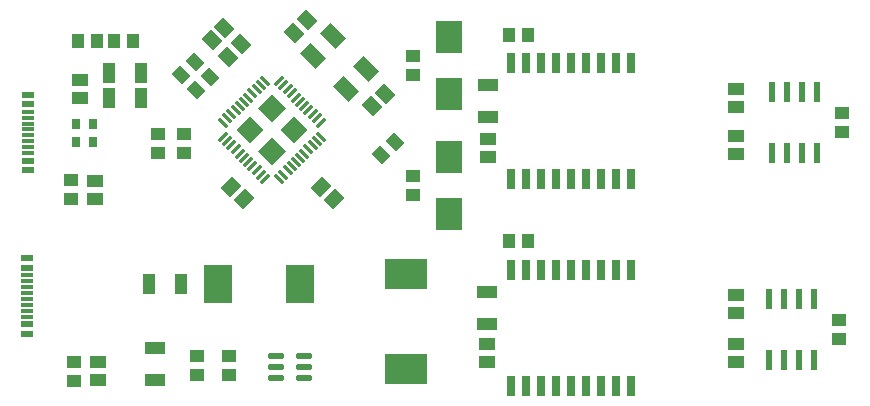
<source format=gbr>
%TF.GenerationSoftware,Altium Limited,Altium Designer,22.1.2 (22)*%
G04 Layer_Color=8421504*
%FSLAX44Y44*%
%MOMM*%
%TF.SameCoordinates,D2A5B157-11BA-4D30-A4C3-CA4352B12235*%
%TF.FilePolarity,Positive*%
%TF.FileFunction,Paste,Top*%
%TF.Part,Single*%
G01*
G75*
%TA.AperFunction,SMDPad,CuDef*%
G04:AMPARAMS|DCode=11|XSize=1.01mm|YSize=0.26mm|CornerRadius=0.0325mm|HoleSize=0mm|Usage=FLASHONLY|Rotation=135.000|XOffset=0mm|YOffset=0mm|HoleType=Round|Shape=RoundedRectangle|*
%AMROUNDEDRECTD11*
21,1,1.0100,0.1950,0,0,135.0*
21,1,0.9450,0.2600,0,0,135.0*
1,1,0.0650,-0.2652,0.4031*
1,1,0.0650,0.4031,-0.2652*
1,1,0.0650,0.2652,-0.4031*
1,1,0.0650,-0.4031,0.2652*
%
%ADD11ROUNDEDRECTD11*%
G04:AMPARAMS|DCode=12|XSize=0.26mm|YSize=1.01mm|CornerRadius=0.0325mm|HoleSize=0mm|Usage=FLASHONLY|Rotation=135.000|XOffset=0mm|YOffset=0mm|HoleType=Round|Shape=RoundedRectangle|*
%AMROUNDEDRECTD12*
21,1,0.2600,0.9450,0,0,135.0*
21,1,0.1950,1.0100,0,0,135.0*
1,1,0.0650,0.2652,0.4031*
1,1,0.0650,0.4031,0.2652*
1,1,0.0650,-0.2652,-0.4031*
1,1,0.0650,-0.4031,-0.2652*
%
%ADD12ROUNDEDRECTD12*%
G04:AMPARAMS|DCode=13|XSize=1.4mm|YSize=1.1mm|CornerRadius=0mm|HoleSize=0mm|Usage=FLASHONLY|Rotation=315.000|XOffset=0mm|YOffset=0mm|HoleType=Round|Shape=Rectangle|*
%AMROTATEDRECTD13*
4,1,4,-0.8839,0.1061,-0.1061,0.8839,0.8839,-0.1061,0.1061,-0.8839,-0.8839,0.1061,0.0*
%
%ADD13ROTATEDRECTD13*%

%ADD14R,1.1000X0.6000*%
%ADD15R,1.1000X0.3000*%
%ADD16R,1.0000X1.3000*%
%ADD17R,1.3000X1.0000*%
G04:AMPARAMS|DCode=18|XSize=1.75mm|YSize=0.59mm|CornerRadius=0.0738mm|HoleSize=0mm|Usage=FLASHONLY|Rotation=90.000|XOffset=0mm|YOffset=0mm|HoleType=Round|Shape=RoundedRectangle|*
%AMROUNDEDRECTD18*
21,1,1.7500,0.4425,0,0,90.0*
21,1,1.6025,0.5900,0,0,90.0*
1,1,0.1475,0.2213,0.8012*
1,1,0.1475,0.2213,-0.8012*
1,1,0.1475,-0.2213,-0.8012*
1,1,0.1475,-0.2213,0.8012*
%
%ADD18ROUNDEDRECTD18*%
%ADD19R,1.4000X1.1000*%
%ADD20R,1.7000X1.1000*%
%ADD21R,0.7620X1.7780*%
%ADD22R,2.2000X2.8000*%
G04:AMPARAMS|DCode=23|XSize=1.3mm|YSize=1mm|CornerRadius=0mm|HoleSize=0mm|Usage=FLASHONLY|Rotation=135.000|XOffset=0mm|YOffset=0mm|HoleType=Round|Shape=Rectangle|*
%AMROTATEDRECTD23*
4,1,4,0.8132,-0.1061,0.1061,-0.8132,-0.8132,0.1061,-0.1061,0.8132,0.8132,-0.1061,0.0*
%
%ADD23ROTATEDRECTD23*%

G04:AMPARAMS|DCode=24|XSize=1.4mm|YSize=1.1mm|CornerRadius=0mm|HoleSize=0mm|Usage=FLASHONLY|Rotation=225.000|XOffset=0mm|YOffset=0mm|HoleType=Round|Shape=Rectangle|*
%AMROTATEDRECTD24*
4,1,4,0.1061,0.8839,0.8839,0.1061,-0.1061,-0.8839,-0.8839,-0.1061,0.1061,0.8839,0.0*
%
%ADD24ROTATEDRECTD24*%

G04:AMPARAMS|DCode=25|XSize=1.2mm|YSize=1.8mm|CornerRadius=0mm|HoleSize=0mm|Usage=FLASHONLY|Rotation=45.000|XOffset=0mm|YOffset=0mm|HoleType=Round|Shape=Rectangle|*
%AMROTATEDRECTD25*
4,1,4,0.2121,-1.0607,-1.0607,0.2121,-0.2121,1.0607,1.0607,-0.2121,0.2121,-1.0607,0.0*
%
%ADD25ROTATEDRECTD25*%

%ADD26R,1.1000X1.7000*%
%ADD27R,0.7000X0.9000*%
%ADD28R,3.6000X2.6500*%
G04:AMPARAMS|DCode=29|XSize=1.37mm|YSize=0.59mm|CornerRadius=0.1475mm|HoleSize=0mm|Usage=FLASHONLY|Rotation=180.000|XOffset=0mm|YOffset=0mm|HoleType=Round|Shape=RoundedRectangle|*
%AMROUNDEDRECTD29*
21,1,1.3700,0.2950,0,0,180.0*
21,1,1.0750,0.5900,0,0,180.0*
1,1,0.2950,-0.5375,0.1475*
1,1,0.2950,0.5375,0.1475*
1,1,0.2950,0.5375,-0.1475*
1,1,0.2950,-0.5375,-0.1475*
%
%ADD29ROUNDEDRECTD29*%
%ADD30R,2.4000X3.3000*%
G36*
X570397Y1179165D02*
X558800Y1167568D01*
X547203Y1179165D01*
X558800Y1190761D01*
X570397Y1179165D01*
D02*
G37*
G36*
X588781Y1160780D02*
X577185Y1149183D01*
X565588Y1160780D01*
X577185Y1172377D01*
X588781Y1160780D01*
D02*
G37*
G36*
X552012D02*
X540415Y1149183D01*
X528819Y1160780D01*
X540415Y1172377D01*
X552012Y1160780D01*
D02*
G37*
G36*
X570397Y1142395D02*
X558800Y1130799D01*
X547203Y1142395D01*
X558800Y1153992D01*
X570397Y1142395D01*
D02*
G37*
D11*
X517364Y1166861D02*
D03*
X520899Y1170397D02*
D03*
X524435Y1173932D02*
D03*
X527970Y1177468D02*
D03*
X531506Y1181003D02*
D03*
X535041Y1184539D02*
D03*
X538577Y1188074D02*
D03*
X542112Y1191610D02*
D03*
X545648Y1195145D02*
D03*
X549183Y1198681D02*
D03*
X552719Y1202216D02*
D03*
X600237Y1154699D02*
D03*
X596701Y1151163D02*
D03*
X593165Y1147628D02*
D03*
X589630Y1144092D02*
D03*
X586094Y1140557D02*
D03*
X582559Y1137021D02*
D03*
X579023Y1133486D02*
D03*
X575488Y1129950D02*
D03*
X571952Y1126415D02*
D03*
X568417Y1122879D02*
D03*
X564881Y1119343D02*
D03*
D12*
X552719D02*
D03*
X549183Y1122879D02*
D03*
X545648Y1126415D02*
D03*
X542112Y1129950D02*
D03*
X538577Y1133486D02*
D03*
X535041Y1137021D02*
D03*
X531506Y1140557D02*
D03*
X527970Y1144092D02*
D03*
X524435Y1147628D02*
D03*
X520899Y1151163D02*
D03*
X517364Y1154699D02*
D03*
X564881Y1202216D02*
D03*
X568417Y1198681D02*
D03*
X571952Y1195145D02*
D03*
X575488Y1191610D02*
D03*
X579023Y1188074D02*
D03*
X582559Y1184539D02*
D03*
X586094Y1181003D02*
D03*
X589630Y1177468D02*
D03*
X593165Y1173932D02*
D03*
X596701Y1170397D02*
D03*
X600237Y1166861D02*
D03*
D13*
X518383Y1247363D02*
D03*
X507777Y1236757D02*
D03*
X521747Y1222787D02*
D03*
X532353Y1233393D02*
D03*
X577627Y1243107D02*
D03*
X588233Y1253713D02*
D03*
X654273Y1191483D02*
D03*
X643667Y1180877D02*
D03*
D14*
X351500Y1052000D02*
D03*
Y1044000D02*
D03*
Y996000D02*
D03*
Y988000D02*
D03*
X351860Y1190560D02*
D03*
Y1182560D02*
D03*
Y1134560D02*
D03*
Y1126560D02*
D03*
D15*
X351500Y1037500D02*
D03*
Y1032500D02*
D03*
Y1027500D02*
D03*
Y1022500D02*
D03*
Y1017500D02*
D03*
Y1012500D02*
D03*
Y1007500D02*
D03*
Y1002500D02*
D03*
X351860Y1176060D02*
D03*
Y1171060D02*
D03*
Y1166060D02*
D03*
Y1161060D02*
D03*
Y1156060D02*
D03*
Y1151060D02*
D03*
Y1146060D02*
D03*
Y1141060D02*
D03*
D16*
X775080Y1066800D02*
D03*
X759080D02*
D03*
X425070Y1235710D02*
D03*
X441070D02*
D03*
X394590D02*
D03*
X410590D02*
D03*
X775080Y1240790D02*
D03*
X759080D02*
D03*
D17*
X1038860Y983870D02*
D03*
Y999870D02*
D03*
X678180Y1105790D02*
D03*
Y1121790D02*
D03*
Y1207390D02*
D03*
Y1223390D02*
D03*
X1041400Y1159130D02*
D03*
Y1175130D02*
D03*
X388620Y1101980D02*
D03*
Y1117980D02*
D03*
X483870Y1157350D02*
D03*
Y1141350D02*
D03*
X462280Y1157350D02*
D03*
Y1141350D02*
D03*
X521970Y953390D02*
D03*
Y969390D02*
D03*
X495300Y953390D02*
D03*
Y969390D02*
D03*
X391160Y964310D02*
D03*
Y948310D02*
D03*
D18*
X979170Y1017720D02*
D03*
X991870D02*
D03*
X1004570D02*
D03*
X1017270D02*
D03*
Y966020D02*
D03*
X1004570D02*
D03*
X991870D02*
D03*
X979170D02*
D03*
X981710Y1192980D02*
D03*
X994410D02*
D03*
X1007110D02*
D03*
X1019810D02*
D03*
Y1141280D02*
D03*
X1007110D02*
D03*
X994410D02*
D03*
X981710D02*
D03*
D19*
X951230Y1020960D02*
D03*
Y1005960D02*
D03*
X951230Y964050D02*
D03*
Y979050D02*
D03*
X740410Y964050D02*
D03*
Y979050D02*
D03*
X741680Y1138040D02*
D03*
Y1153040D02*
D03*
X951230Y1194950D02*
D03*
Y1179950D02*
D03*
X951230Y1140580D02*
D03*
Y1155580D02*
D03*
X408940Y1117480D02*
D03*
Y1102480D02*
D03*
X411480Y948810D02*
D03*
Y963810D02*
D03*
X396240Y1187570D02*
D03*
Y1202570D02*
D03*
D20*
X740410Y996150D02*
D03*
Y1023150D02*
D03*
X741680Y1171410D02*
D03*
Y1198410D02*
D03*
X459740Y976160D02*
D03*
Y949160D02*
D03*
D21*
X760730Y1042289D02*
D03*
X773430D02*
D03*
X786130D02*
D03*
X798830D02*
D03*
X811530D02*
D03*
X824230D02*
D03*
X836930D02*
D03*
X849630D02*
D03*
X862330D02*
D03*
Y943991D02*
D03*
X849630D02*
D03*
X836930D02*
D03*
X824230D02*
D03*
X811530D02*
D03*
X798830D02*
D03*
X786130D02*
D03*
X773430D02*
D03*
X760730D02*
D03*
Y1217549D02*
D03*
X773430D02*
D03*
X786130D02*
D03*
X798830D02*
D03*
X811530D02*
D03*
X824230D02*
D03*
X836930D02*
D03*
X849630D02*
D03*
X862330D02*
D03*
Y1119251D02*
D03*
X849630D02*
D03*
X836930D02*
D03*
X824230D02*
D03*
X811530D02*
D03*
X798830D02*
D03*
X786130D02*
D03*
X773430D02*
D03*
X760730D02*
D03*
D22*
X708660Y1089790D02*
D03*
Y1137790D02*
D03*
Y1191390D02*
D03*
Y1239390D02*
D03*
D23*
X506037Y1205807D02*
D03*
X494723Y1194493D02*
D03*
X493337Y1218507D02*
D03*
X482023Y1207193D02*
D03*
X651343Y1139343D02*
D03*
X662657Y1150657D02*
D03*
D24*
X524287Y1112743D02*
D03*
X534893Y1102137D02*
D03*
X600487Y1112743D02*
D03*
X611093Y1102137D02*
D03*
D25*
X610293Y1240557D02*
D03*
X638577Y1212273D02*
D03*
X621607Y1195303D02*
D03*
X593323Y1223587D02*
D03*
D26*
X420840Y1209040D02*
D03*
X447840D02*
D03*
Y1187450D02*
D03*
X420840D02*
D03*
X454500Y1030000D02*
D03*
X481500D02*
D03*
D27*
X392550Y1165860D02*
D03*
X407550D02*
D03*
X392550Y1150620D02*
D03*
X407550D02*
D03*
D28*
X671830Y1038470D02*
D03*
Y957970D02*
D03*
D29*
X585740Y969620D02*
D03*
Y960120D02*
D03*
Y950620D02*
D03*
X562340D02*
D03*
Y960120D02*
D03*
Y969620D02*
D03*
D30*
X512620Y1029970D02*
D03*
X582120D02*
D03*
%TF.MD5,d7a288f6d6a3c2b5d19ca8f124c12d75*%
M02*

</source>
